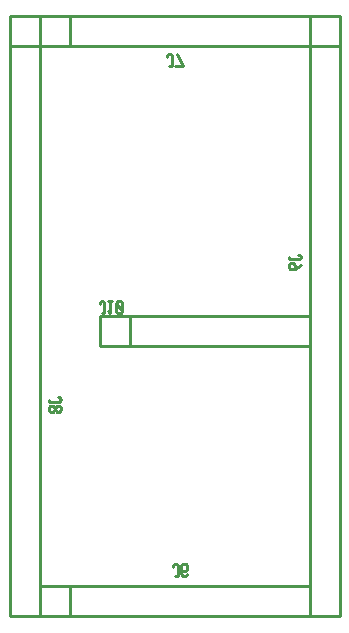
<source format=gbo>
G04 start of page 9 for group -4078 idx -4078 *
G04 Title: (unknown), bottomsilk *
G04 Creator: pcb 20140316 *
G04 CreationDate: Wed 22 Apr 2015 10:12:54 AM GMT UTC *
G04 For: fosse *
G04 Format: Gerber/RS-274X *
G04 PCB-Dimensions (mil): 1600.00 3000.00 *
G04 PCB-Coordinate-Origin: lower left *
%MOIN*%
%FSLAX25Y25*%
%LNBOTTOMSILK*%
%ADD38C,0.0100*%
G54D38*X145000Y285000D02*Y85000D01*
X135000D02*X145000D01*
X135000Y285000D02*Y85000D01*
Y285000D02*X145000D01*
X135000Y275000D02*X145000D01*
X135000Y285000D02*Y275000D01*
X65000Y185000D02*X135000D01*
Y175000D02*Y185000D01*
X65000Y175000D02*X135000D01*
X65000D02*Y185000D01*
X75000Y175000D02*Y185000D01*
X65000Y175000D02*X75000D01*
X45000Y95000D02*X135000D01*
Y85000D02*Y95000D01*
X45000Y85000D02*X135000D01*
X45000D02*Y95000D01*
X55000Y85000D02*Y95000D01*
X45000Y85000D02*X55000D01*
X45000Y285000D02*Y85000D01*
X35000D02*X45000D01*
X35000Y285000D02*Y85000D01*
Y285000D02*X45000D01*
X35000Y275000D02*X45000D01*
X35000Y285000D02*Y275000D01*
X45000Y285000D02*X135000D01*
Y275000D02*Y285000D01*
X45000Y275000D02*X135000D01*
X45000D02*Y285000D01*
X55000Y275000D02*Y285000D01*
X45000Y275000D02*X55000D01*
X128000Y204000D02*Y204800D01*
Y204000D02*X131500D01*
X132000Y204500D02*X131500Y204000D01*
X132000Y204500D02*Y205000D01*
X131500Y205500D02*X132000Y205000D01*
X131000Y205500D02*X131500D01*
X132000Y202300D02*X130000Y200800D01*
X128500D02*X130000D01*
X128000Y201300D02*X128500Y200800D01*
X128000Y201300D02*Y202300D01*
X128500Y202800D02*X128000Y202300D01*
X128500Y202800D02*X129500D01*
X130000Y202300D01*
Y200800D02*Y202300D01*
X65700Y186000D02*X66500D01*
Y189500D01*
X66000Y190000D02*X66500Y189500D01*
X65500Y190000D02*X66000D01*
X65000Y189500D02*X65500Y190000D01*
X65000Y189000D02*Y189500D01*
X67700Y186800D02*X68500Y186000D01*
Y190000D01*
X67700D02*X69200D01*
X70400Y189500D02*X70900Y190000D01*
X70400Y186500D02*Y189500D01*
Y186500D02*X70900Y186000D01*
X71900D01*
X72400Y186500D01*
Y189500D01*
X71900Y190000D02*X72400Y189500D01*
X70900Y190000D02*X71900D01*
X70400Y189000D02*X72400Y187000D01*
X88200Y268500D02*X89000D01*
Y272000D01*
X88500Y272500D02*X89000Y272000D01*
X88000Y272500D02*X88500D01*
X87500Y272000D02*X88000Y272500D01*
X87500Y271500D02*Y272000D01*
X90700Y272500D02*X92700Y268500D01*
X90200D02*X92700D01*
X90200Y98500D02*X91000D01*
Y102000D01*
X90500Y102500D02*X91000Y102000D01*
X90000Y102500D02*X90500D01*
X89500Y102000D02*X90000Y102500D01*
X89500Y101500D02*Y102000D01*
X93700Y98500D02*X94200Y99000D01*
X92700Y98500D02*X93700D01*
X92200Y99000D02*X92700Y98500D01*
X92200Y99000D02*Y102000D01*
X92700Y102500D01*
X93700Y100300D02*X94200Y100800D01*
X92200Y100300D02*X93700D01*
X92700Y102500D02*X93700D01*
X94200Y102000D01*
Y100800D02*Y102000D01*
X48000Y156500D02*Y157300D01*
Y156500D02*X51500D01*
X52000Y157000D02*X51500Y156500D01*
X52000Y157000D02*Y157500D01*
X51500Y158000D02*X52000Y157500D01*
X51000Y158000D02*X51500D01*
Y155300D02*X52000Y154800D01*
X50700Y155300D02*X51500D01*
X50700D02*X50000Y154600D01*
Y154000D02*Y154600D01*
Y154000D02*X50700Y153300D01*
X51500D01*
X52000Y153800D02*X51500Y153300D01*
X52000Y153800D02*Y154800D01*
X49300Y155300D02*X50000Y154600D01*
X48500Y155300D02*X49300D01*
X48500D02*X48000Y154800D01*
Y153800D02*Y154800D01*
Y153800D02*X48500Y153300D01*
X49300D01*
X50000Y154000D02*X49300Y153300D01*
M02*

</source>
